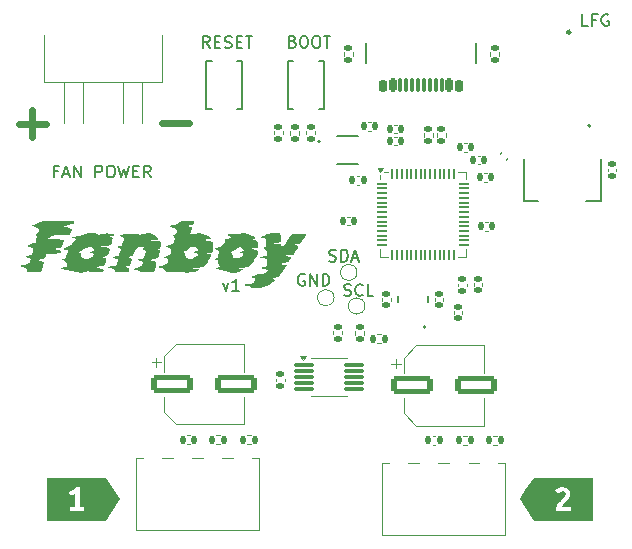
<source format=gbr>
%TF.GenerationSoftware,KiCad,Pcbnew,9.0.4*%
%TF.CreationDate,2025-09-25T10:41:26-04:00*%
%TF.ProjectId,fanboy,66616e62-6f79-42e6-9b69-6361645f7063,rev?*%
%TF.SameCoordinates,Original*%
%TF.FileFunction,Legend,Top*%
%TF.FilePolarity,Positive*%
%FSLAX46Y46*%
G04 Gerber Fmt 4.6, Leading zero omitted, Abs format (unit mm)*
G04 Created by KiCad (PCBNEW 9.0.4) date 2025-09-25 10:41:26*
%MOMM*%
%LPD*%
G01*
G04 APERTURE LIST*
G04 Aperture macros list*
%AMRoundRect*
0 Rectangle with rounded corners*
0 $1 Rounding radius*
0 $2 $3 $4 $5 $6 $7 $8 $9 X,Y pos of 4 corners*
0 Add a 4 corners polygon primitive as box body*
4,1,4,$2,$3,$4,$5,$6,$7,$8,$9,$2,$3,0*
0 Add four circle primitives for the rounded corners*
1,1,$1+$1,$2,$3*
1,1,$1+$1,$4,$5*
1,1,$1+$1,$6,$7*
1,1,$1+$1,$8,$9*
0 Add four rect primitives between the rounded corners*
20,1,$1+$1,$2,$3,$4,$5,0*
20,1,$1+$1,$4,$5,$6,$7,0*
20,1,$1+$1,$6,$7,$8,$9,0*
20,1,$1+$1,$8,$9,$2,$3,0*%
G04 Aperture macros list end*
%ADD10C,0.150000*%
%ADD11C,0.600000*%
%ADD12C,0.120000*%
%ADD13C,0.200000*%
%ADD14C,0.127000*%
%ADD15C,0.000000*%
%ADD16C,0.100000*%
%ADD17C,0.152400*%
%ADD18C,0.177800*%
%ADD19C,0.264009*%
%ADD20RoundRect,0.140000X-0.021213X0.219203X-0.219203X0.021213X0.021213X-0.219203X0.219203X-0.021213X0*%
%ADD21RoundRect,0.140000X-0.170000X0.140000X-0.170000X-0.140000X0.170000X-0.140000X0.170000X0.140000X0*%
%ADD22RoundRect,0.140000X0.170000X-0.140000X0.170000X0.140000X-0.170000X0.140000X-0.170000X-0.140000X0*%
%ADD23R,1.100000X1.300000*%
%ADD24RoundRect,0.135000X-0.135000X-0.185000X0.135000X-0.185000X0.135000X0.185000X-0.135000X0.185000X0*%
%ADD25C,3.000000*%
%ADD26C,2.000000*%
%ADD27C,1.000000*%
%ADD28RoundRect,0.087500X-0.725000X-0.087500X0.725000X-0.087500X0.725000X0.087500X-0.725000X0.087500X0*%
%ADD29O,1.574800X4.000000*%
%ADD30C,1.500000*%
%ADD31C,1.300000*%
%ADD32RoundRect,0.140000X-0.140000X-0.170000X0.140000X-0.170000X0.140000X0.170000X-0.140000X0.170000X0*%
%ADD33RoundRect,0.250000X-1.500000X-0.550000X1.500000X-0.550000X1.500000X0.550000X-1.500000X0.550000X0*%
%ADD34RoundRect,0.135000X0.185000X-0.135000X0.185000X0.135000X-0.185000X0.135000X-0.185000X-0.135000X0*%
%ADD35R,0.812800X0.254000*%
%ADD36R,0.254000X1.651000*%
%ADD37R,1.800000X0.900000*%
%ADD38RoundRect,0.140000X0.140000X0.170000X-0.140000X0.170000X-0.140000X-0.170000X0.140000X-0.170000X0*%
%ADD39RoundRect,0.135000X-0.185000X0.135000X-0.185000X-0.135000X0.185000X-0.135000X0.185000X0.135000X0*%
%ADD40C,0.650000*%
%ADD41RoundRect,0.150000X0.150000X0.400000X-0.150000X0.400000X-0.150000X-0.400000X0.150000X-0.400000X0*%
%ADD42RoundRect,0.150000X0.150000X0.425000X-0.150000X0.425000X-0.150000X-0.425000X0.150000X-0.425000X0*%
%ADD43RoundRect,0.075000X0.075000X0.500000X-0.075000X0.500000X-0.075000X-0.500000X0.075000X-0.500000X0*%
%ADD44O,1.000000X2.100000*%
%ADD45O,1.000000X1.800000*%
%ADD46R,1.000000X1.200000*%
%ADD47R,0.700000X1.200000*%
%ADD48R,0.450000X1.200000*%
%ADD49R,0.950000X2.150000*%
%ADD50R,3.250000X2.150000*%
%ADD51RoundRect,0.050000X-0.387500X-0.050000X0.387500X-0.050000X0.387500X0.050000X-0.387500X0.050000X0*%
%ADD52RoundRect,0.050000X-0.050000X-0.387500X0.050000X-0.387500X0.050000X0.387500X-0.050000X0.387500X0*%
%ADD53R,3.200000X3.200000*%
G04 APERTURE END LIST*
D10*
X146660112Y-76036009D02*
X146326779Y-76036009D01*
X146326779Y-76559819D02*
X146326779Y-75559819D01*
X146326779Y-75559819D02*
X146802969Y-75559819D01*
X147136303Y-76274104D02*
X147612493Y-76274104D01*
X147041065Y-76559819D02*
X147374398Y-75559819D01*
X147374398Y-75559819D02*
X147707731Y-76559819D01*
X148041065Y-76559819D02*
X148041065Y-75559819D01*
X148041065Y-75559819D02*
X148612493Y-76559819D01*
X148612493Y-76559819D02*
X148612493Y-75559819D01*
X149850589Y-76559819D02*
X149850589Y-75559819D01*
X149850589Y-75559819D02*
X150231541Y-75559819D01*
X150231541Y-75559819D02*
X150326779Y-75607438D01*
X150326779Y-75607438D02*
X150374398Y-75655057D01*
X150374398Y-75655057D02*
X150422017Y-75750295D01*
X150422017Y-75750295D02*
X150422017Y-75893152D01*
X150422017Y-75893152D02*
X150374398Y-75988390D01*
X150374398Y-75988390D02*
X150326779Y-76036009D01*
X150326779Y-76036009D02*
X150231541Y-76083628D01*
X150231541Y-76083628D02*
X149850589Y-76083628D01*
X151041065Y-75559819D02*
X151231541Y-75559819D01*
X151231541Y-75559819D02*
X151326779Y-75607438D01*
X151326779Y-75607438D02*
X151422017Y-75702676D01*
X151422017Y-75702676D02*
X151469636Y-75893152D01*
X151469636Y-75893152D02*
X151469636Y-76226485D01*
X151469636Y-76226485D02*
X151422017Y-76416961D01*
X151422017Y-76416961D02*
X151326779Y-76512200D01*
X151326779Y-76512200D02*
X151231541Y-76559819D01*
X151231541Y-76559819D02*
X151041065Y-76559819D01*
X151041065Y-76559819D02*
X150945827Y-76512200D01*
X150945827Y-76512200D02*
X150850589Y-76416961D01*
X150850589Y-76416961D02*
X150802970Y-76226485D01*
X150802970Y-76226485D02*
X150802970Y-75893152D01*
X150802970Y-75893152D02*
X150850589Y-75702676D01*
X150850589Y-75702676D02*
X150945827Y-75607438D01*
X150945827Y-75607438D02*
X151041065Y-75559819D01*
X151802970Y-75559819D02*
X152041065Y-76559819D01*
X152041065Y-76559819D02*
X152231541Y-75845533D01*
X152231541Y-75845533D02*
X152422017Y-76559819D01*
X152422017Y-76559819D02*
X152660113Y-75559819D01*
X153041065Y-76036009D02*
X153374398Y-76036009D01*
X153517255Y-76559819D02*
X153041065Y-76559819D01*
X153041065Y-76559819D02*
X153041065Y-75559819D01*
X153041065Y-75559819D02*
X153517255Y-75559819D01*
X154517255Y-76559819D02*
X154183922Y-76083628D01*
X153945827Y-76559819D02*
X153945827Y-75559819D01*
X153945827Y-75559819D02*
X154326779Y-75559819D01*
X154326779Y-75559819D02*
X154422017Y-75607438D01*
X154422017Y-75607438D02*
X154469636Y-75655057D01*
X154469636Y-75655057D02*
X154517255Y-75750295D01*
X154517255Y-75750295D02*
X154517255Y-75893152D01*
X154517255Y-75893152D02*
X154469636Y-75988390D01*
X154469636Y-75988390D02*
X154422017Y-76036009D01*
X154422017Y-76036009D02*
X154326779Y-76083628D01*
X154326779Y-76083628D02*
X153945827Y-76083628D01*
D11*
X155479021Y-71928800D02*
X157764736Y-71928800D01*
X143349021Y-72008800D02*
X145634736Y-72008800D01*
X144491878Y-73151657D02*
X144491878Y-70865942D01*
D10*
X160641541Y-85503152D02*
X160879636Y-86169819D01*
X160879636Y-86169819D02*
X161117731Y-85503152D01*
X162022493Y-86169819D02*
X161451065Y-86169819D01*
X161736779Y-86169819D02*
X161736779Y-85169819D01*
X161736779Y-85169819D02*
X161641541Y-85312676D01*
X161641541Y-85312676D02*
X161546303Y-85407914D01*
X161546303Y-85407914D02*
X161451065Y-85455533D01*
X191552969Y-63749819D02*
X191076779Y-63749819D01*
X191076779Y-63749819D02*
X191076779Y-62749819D01*
X192219636Y-63226009D02*
X191886303Y-63226009D01*
X191886303Y-63749819D02*
X191886303Y-62749819D01*
X191886303Y-62749819D02*
X192362493Y-62749819D01*
X193267255Y-62797438D02*
X193172017Y-62749819D01*
X193172017Y-62749819D02*
X193029160Y-62749819D01*
X193029160Y-62749819D02*
X192886303Y-62797438D01*
X192886303Y-62797438D02*
X192791065Y-62892676D01*
X192791065Y-62892676D02*
X192743446Y-62987914D01*
X192743446Y-62987914D02*
X192695827Y-63178390D01*
X192695827Y-63178390D02*
X192695827Y-63321247D01*
X192695827Y-63321247D02*
X192743446Y-63511723D01*
X192743446Y-63511723D02*
X192791065Y-63606961D01*
X192791065Y-63606961D02*
X192886303Y-63702200D01*
X192886303Y-63702200D02*
X193029160Y-63749819D01*
X193029160Y-63749819D02*
X193124398Y-63749819D01*
X193124398Y-63749819D02*
X193267255Y-63702200D01*
X193267255Y-63702200D02*
X193314874Y-63654580D01*
X193314874Y-63654580D02*
X193314874Y-63321247D01*
X193314874Y-63321247D02*
X193124398Y-63321247D01*
X159518924Y-65599855D02*
X159185591Y-65123664D01*
X158947496Y-65599855D02*
X158947496Y-64599855D01*
X158947496Y-64599855D02*
X159328448Y-64599855D01*
X159328448Y-64599855D02*
X159423686Y-64647474D01*
X159423686Y-64647474D02*
X159471305Y-64695093D01*
X159471305Y-64695093D02*
X159518924Y-64790331D01*
X159518924Y-64790331D02*
X159518924Y-64933188D01*
X159518924Y-64933188D02*
X159471305Y-65028426D01*
X159471305Y-65028426D02*
X159423686Y-65076045D01*
X159423686Y-65076045D02*
X159328448Y-65123664D01*
X159328448Y-65123664D02*
X158947496Y-65123664D01*
X159947496Y-65076045D02*
X160280829Y-65076045D01*
X160423686Y-65599855D02*
X159947496Y-65599855D01*
X159947496Y-65599855D02*
X159947496Y-64599855D01*
X159947496Y-64599855D02*
X160423686Y-64599855D01*
X160804639Y-65552236D02*
X160947496Y-65599855D01*
X160947496Y-65599855D02*
X161185591Y-65599855D01*
X161185591Y-65599855D02*
X161280829Y-65552236D01*
X161280829Y-65552236D02*
X161328448Y-65504616D01*
X161328448Y-65504616D02*
X161376067Y-65409378D01*
X161376067Y-65409378D02*
X161376067Y-65314140D01*
X161376067Y-65314140D02*
X161328448Y-65218902D01*
X161328448Y-65218902D02*
X161280829Y-65171283D01*
X161280829Y-65171283D02*
X161185591Y-65123664D01*
X161185591Y-65123664D02*
X160995115Y-65076045D01*
X160995115Y-65076045D02*
X160899877Y-65028426D01*
X160899877Y-65028426D02*
X160852258Y-64980807D01*
X160852258Y-64980807D02*
X160804639Y-64885569D01*
X160804639Y-64885569D02*
X160804639Y-64790331D01*
X160804639Y-64790331D02*
X160852258Y-64695093D01*
X160852258Y-64695093D02*
X160899877Y-64647474D01*
X160899877Y-64647474D02*
X160995115Y-64599855D01*
X160995115Y-64599855D02*
X161233210Y-64599855D01*
X161233210Y-64599855D02*
X161376067Y-64647474D01*
X161804639Y-65076045D02*
X162137972Y-65076045D01*
X162280829Y-65599855D02*
X161804639Y-65599855D01*
X161804639Y-65599855D02*
X161804639Y-64599855D01*
X161804639Y-64599855D02*
X162280829Y-64599855D01*
X162566544Y-64599855D02*
X163137972Y-64599855D01*
X162852258Y-65599855D02*
X162852258Y-64599855D01*
X166560829Y-65056045D02*
X166703686Y-65103664D01*
X166703686Y-65103664D02*
X166751305Y-65151283D01*
X166751305Y-65151283D02*
X166798924Y-65246521D01*
X166798924Y-65246521D02*
X166798924Y-65389378D01*
X166798924Y-65389378D02*
X166751305Y-65484616D01*
X166751305Y-65484616D02*
X166703686Y-65532236D01*
X166703686Y-65532236D02*
X166608448Y-65579855D01*
X166608448Y-65579855D02*
X166227496Y-65579855D01*
X166227496Y-65579855D02*
X166227496Y-64579855D01*
X166227496Y-64579855D02*
X166560829Y-64579855D01*
X166560829Y-64579855D02*
X166656067Y-64627474D01*
X166656067Y-64627474D02*
X166703686Y-64675093D01*
X166703686Y-64675093D02*
X166751305Y-64770331D01*
X166751305Y-64770331D02*
X166751305Y-64865569D01*
X166751305Y-64865569D02*
X166703686Y-64960807D01*
X166703686Y-64960807D02*
X166656067Y-65008426D01*
X166656067Y-65008426D02*
X166560829Y-65056045D01*
X166560829Y-65056045D02*
X166227496Y-65056045D01*
X167417972Y-64579855D02*
X167608448Y-64579855D01*
X167608448Y-64579855D02*
X167703686Y-64627474D01*
X167703686Y-64627474D02*
X167798924Y-64722712D01*
X167798924Y-64722712D02*
X167846543Y-64913188D01*
X167846543Y-64913188D02*
X167846543Y-65246521D01*
X167846543Y-65246521D02*
X167798924Y-65436997D01*
X167798924Y-65436997D02*
X167703686Y-65532236D01*
X167703686Y-65532236D02*
X167608448Y-65579855D01*
X167608448Y-65579855D02*
X167417972Y-65579855D01*
X167417972Y-65579855D02*
X167322734Y-65532236D01*
X167322734Y-65532236D02*
X167227496Y-65436997D01*
X167227496Y-65436997D02*
X167179877Y-65246521D01*
X167179877Y-65246521D02*
X167179877Y-64913188D01*
X167179877Y-64913188D02*
X167227496Y-64722712D01*
X167227496Y-64722712D02*
X167322734Y-64627474D01*
X167322734Y-64627474D02*
X167417972Y-64579855D01*
X168465591Y-64579855D02*
X168656067Y-64579855D01*
X168656067Y-64579855D02*
X168751305Y-64627474D01*
X168751305Y-64627474D02*
X168846543Y-64722712D01*
X168846543Y-64722712D02*
X168894162Y-64913188D01*
X168894162Y-64913188D02*
X168894162Y-65246521D01*
X168894162Y-65246521D02*
X168846543Y-65436997D01*
X168846543Y-65436997D02*
X168751305Y-65532236D01*
X168751305Y-65532236D02*
X168656067Y-65579855D01*
X168656067Y-65579855D02*
X168465591Y-65579855D01*
X168465591Y-65579855D02*
X168370353Y-65532236D01*
X168370353Y-65532236D02*
X168275115Y-65436997D01*
X168275115Y-65436997D02*
X168227496Y-65246521D01*
X168227496Y-65246521D02*
X168227496Y-64913188D01*
X168227496Y-64913188D02*
X168275115Y-64722712D01*
X168275115Y-64722712D02*
X168370353Y-64627474D01*
X168370353Y-64627474D02*
X168465591Y-64579855D01*
X169179877Y-64579855D02*
X169751305Y-64579855D01*
X169465591Y-65579855D02*
X169465591Y-64579855D01*
X167558095Y-84782438D02*
X167462857Y-84734819D01*
X167462857Y-84734819D02*
X167320000Y-84734819D01*
X167320000Y-84734819D02*
X167177143Y-84782438D01*
X167177143Y-84782438D02*
X167081905Y-84877676D01*
X167081905Y-84877676D02*
X167034286Y-84972914D01*
X167034286Y-84972914D02*
X166986667Y-85163390D01*
X166986667Y-85163390D02*
X166986667Y-85306247D01*
X166986667Y-85306247D02*
X167034286Y-85496723D01*
X167034286Y-85496723D02*
X167081905Y-85591961D01*
X167081905Y-85591961D02*
X167177143Y-85687200D01*
X167177143Y-85687200D02*
X167320000Y-85734819D01*
X167320000Y-85734819D02*
X167415238Y-85734819D01*
X167415238Y-85734819D02*
X167558095Y-85687200D01*
X167558095Y-85687200D02*
X167605714Y-85639580D01*
X167605714Y-85639580D02*
X167605714Y-85306247D01*
X167605714Y-85306247D02*
X167415238Y-85306247D01*
X168034286Y-85734819D02*
X168034286Y-84734819D01*
X168034286Y-84734819D02*
X168605714Y-85734819D01*
X168605714Y-85734819D02*
X168605714Y-84734819D01*
X169081905Y-85734819D02*
X169081905Y-84734819D01*
X169081905Y-84734819D02*
X169320000Y-84734819D01*
X169320000Y-84734819D02*
X169462857Y-84782438D01*
X169462857Y-84782438D02*
X169558095Y-84877676D01*
X169558095Y-84877676D02*
X169605714Y-84972914D01*
X169605714Y-84972914D02*
X169653333Y-85163390D01*
X169653333Y-85163390D02*
X169653333Y-85306247D01*
X169653333Y-85306247D02*
X169605714Y-85496723D01*
X169605714Y-85496723D02*
X169558095Y-85591961D01*
X169558095Y-85591961D02*
X169462857Y-85687200D01*
X169462857Y-85687200D02*
X169320000Y-85734819D01*
X169320000Y-85734819D02*
X169081905Y-85734819D01*
X170909524Y-86537200D02*
X171052381Y-86584819D01*
X171052381Y-86584819D02*
X171290476Y-86584819D01*
X171290476Y-86584819D02*
X171385714Y-86537200D01*
X171385714Y-86537200D02*
X171433333Y-86489580D01*
X171433333Y-86489580D02*
X171480952Y-86394342D01*
X171480952Y-86394342D02*
X171480952Y-86299104D01*
X171480952Y-86299104D02*
X171433333Y-86203866D01*
X171433333Y-86203866D02*
X171385714Y-86156247D01*
X171385714Y-86156247D02*
X171290476Y-86108628D01*
X171290476Y-86108628D02*
X171100000Y-86061009D01*
X171100000Y-86061009D02*
X171004762Y-86013390D01*
X171004762Y-86013390D02*
X170957143Y-85965771D01*
X170957143Y-85965771D02*
X170909524Y-85870533D01*
X170909524Y-85870533D02*
X170909524Y-85775295D01*
X170909524Y-85775295D02*
X170957143Y-85680057D01*
X170957143Y-85680057D02*
X171004762Y-85632438D01*
X171004762Y-85632438D02*
X171100000Y-85584819D01*
X171100000Y-85584819D02*
X171338095Y-85584819D01*
X171338095Y-85584819D02*
X171480952Y-85632438D01*
X172480952Y-86489580D02*
X172433333Y-86537200D01*
X172433333Y-86537200D02*
X172290476Y-86584819D01*
X172290476Y-86584819D02*
X172195238Y-86584819D01*
X172195238Y-86584819D02*
X172052381Y-86537200D01*
X172052381Y-86537200D02*
X171957143Y-86441961D01*
X171957143Y-86441961D02*
X171909524Y-86346723D01*
X171909524Y-86346723D02*
X171861905Y-86156247D01*
X171861905Y-86156247D02*
X171861905Y-86013390D01*
X171861905Y-86013390D02*
X171909524Y-85822914D01*
X171909524Y-85822914D02*
X171957143Y-85727676D01*
X171957143Y-85727676D02*
X172052381Y-85632438D01*
X172052381Y-85632438D02*
X172195238Y-85584819D01*
X172195238Y-85584819D02*
X172290476Y-85584819D01*
X172290476Y-85584819D02*
X172433333Y-85632438D01*
X172433333Y-85632438D02*
X172480952Y-85680057D01*
X173385714Y-86584819D02*
X172909524Y-86584819D01*
X172909524Y-86584819D02*
X172909524Y-85584819D01*
X169645714Y-83637200D02*
X169788571Y-83684819D01*
X169788571Y-83684819D02*
X170026666Y-83684819D01*
X170026666Y-83684819D02*
X170121904Y-83637200D01*
X170121904Y-83637200D02*
X170169523Y-83589580D01*
X170169523Y-83589580D02*
X170217142Y-83494342D01*
X170217142Y-83494342D02*
X170217142Y-83399104D01*
X170217142Y-83399104D02*
X170169523Y-83303866D01*
X170169523Y-83303866D02*
X170121904Y-83256247D01*
X170121904Y-83256247D02*
X170026666Y-83208628D01*
X170026666Y-83208628D02*
X169836190Y-83161009D01*
X169836190Y-83161009D02*
X169740952Y-83113390D01*
X169740952Y-83113390D02*
X169693333Y-83065771D01*
X169693333Y-83065771D02*
X169645714Y-82970533D01*
X169645714Y-82970533D02*
X169645714Y-82875295D01*
X169645714Y-82875295D02*
X169693333Y-82780057D01*
X169693333Y-82780057D02*
X169740952Y-82732438D01*
X169740952Y-82732438D02*
X169836190Y-82684819D01*
X169836190Y-82684819D02*
X170074285Y-82684819D01*
X170074285Y-82684819D02*
X170217142Y-82732438D01*
X170645714Y-83684819D02*
X170645714Y-82684819D01*
X170645714Y-82684819D02*
X170883809Y-82684819D01*
X170883809Y-82684819D02*
X171026666Y-82732438D01*
X171026666Y-82732438D02*
X171121904Y-82827676D01*
X171121904Y-82827676D02*
X171169523Y-82922914D01*
X171169523Y-82922914D02*
X171217142Y-83113390D01*
X171217142Y-83113390D02*
X171217142Y-83256247D01*
X171217142Y-83256247D02*
X171169523Y-83446723D01*
X171169523Y-83446723D02*
X171121904Y-83541961D01*
X171121904Y-83541961D02*
X171026666Y-83637200D01*
X171026666Y-83637200D02*
X170883809Y-83684819D01*
X170883809Y-83684819D02*
X170645714Y-83684819D01*
X171598095Y-83399104D02*
X172074285Y-83399104D01*
X171502857Y-83684819D02*
X171836190Y-82684819D01*
X171836190Y-82684819D02*
X172169523Y-83684819D01*
D12*
%TO.C,C90*%
X184740810Y-74918307D02*
X184588307Y-75070810D01*
X184231693Y-74409190D02*
X184079190Y-74561693D01*
%TO.C,C96*%
X179310000Y-86792164D02*
X179310000Y-87007836D01*
X178590000Y-86792164D02*
X178590000Y-87007836D01*
%TO.C,C97*%
X174850000Y-87007836D02*
X174850000Y-86792164D01*
X174130000Y-87007836D02*
X174130000Y-86792164D01*
D13*
%TO.C,Y1*%
X177811524Y-89235036D02*
G75*
G02*
X177611524Y-89235036I-100000J0D01*
G01*
X177611524Y-89235036D02*
G75*
G02*
X177811524Y-89235036I100000J0D01*
G01*
D14*
X177991524Y-87155036D02*
X177991524Y-86615036D01*
X175491524Y-86615036D02*
X175491524Y-87155036D01*
D15*
%TO.C,kibuzzard-68D55096*%
G36*
X191980124Y-105640372D02*
G01*
X191979855Y-105640372D01*
X190157022Y-105640372D01*
X186980393Y-105640372D01*
X186980124Y-105640372D01*
X185759876Y-103810000D01*
X186264992Y-103052326D01*
X188803226Y-103052326D01*
X189000318Y-103330194D01*
X189203872Y-103178336D01*
X189400964Y-103133102D01*
X189588363Y-103199338D01*
X189662676Y-103388352D01*
X189602903Y-103559596D01*
X189451045Y-103734071D01*
X189355730Y-103826559D01*
X189253953Y-103923086D01*
X189152176Y-104025670D01*
X189056861Y-104136333D01*
X188972854Y-104256284D01*
X188905003Y-104386737D01*
X188860172Y-104528901D01*
X188845229Y-104683990D01*
X188843613Y-104751842D01*
X188851691Y-104832617D01*
X190157022Y-104832617D01*
X190157022Y-104503053D01*
X189297571Y-104503053D01*
X189331497Y-104396430D01*
X189413888Y-104281729D01*
X189517281Y-104171874D01*
X189614211Y-104079790D01*
X189778993Y-103918239D01*
X189924389Y-103743764D01*
X190027781Y-103557981D01*
X190066554Y-103359273D01*
X190014857Y-103108869D01*
X189875924Y-102929548D01*
X189675600Y-102822924D01*
X189439736Y-102787383D01*
X189271319Y-102803538D01*
X189102095Y-102852003D01*
X188942563Y-102934394D01*
X188803226Y-103052326D01*
X186264992Y-103052326D01*
X186980124Y-101979628D01*
X186980393Y-101979628D01*
X191979855Y-101979628D01*
X191980124Y-101979628D01*
X191980124Y-105640372D01*
G37*
%TO.C,kibuzzard-68D55084*%
G36*
X151952585Y-103810000D02*
G01*
X150747415Y-105617754D01*
X150747146Y-105617754D01*
X148911389Y-105617754D01*
X145747684Y-105617754D01*
X145747415Y-105617754D01*
X145747415Y-103226801D01*
X147583441Y-103226801D01*
X147712682Y-103556365D01*
X147909774Y-103477205D01*
X148116559Y-103362504D01*
X148116559Y-104480436D01*
X147696527Y-104480436D01*
X147696527Y-104810000D01*
X148911389Y-104810000D01*
X148911389Y-104480436D01*
X148513974Y-104480436D01*
X148513974Y-102810000D01*
X148242569Y-102810000D01*
X148103635Y-102936010D01*
X147932391Y-103052326D01*
X147751454Y-103152488D01*
X147583441Y-103226801D01*
X145747415Y-103226801D01*
X145747415Y-102002246D01*
X145747684Y-102002246D01*
X150747146Y-102002246D01*
X150747415Y-102002246D01*
X151952585Y-103810000D01*
G37*
D12*
%TO.C,R1*%
X173686359Y-89830000D02*
X173993641Y-89830000D01*
X173686359Y-90590000D02*
X173993641Y-90590000D01*
D15*
%TO.C,G\u002A\u002A\u002A*%
G36*
X165542594Y-81577272D02*
G01*
X165568745Y-81799231D01*
X165573387Y-81940903D01*
X165542678Y-82022505D01*
X165462774Y-82064250D01*
X165319833Y-82086356D01*
X165184674Y-82099961D01*
X164794099Y-82139881D01*
X165163018Y-82174999D01*
X165345865Y-82195564D01*
X165486278Y-82217263D01*
X165556911Y-82235777D01*
X165559436Y-82237615D01*
X165587542Y-82301617D01*
X165618529Y-82419782D01*
X165620552Y-82429488D01*
X165635224Y-82489721D01*
X165654940Y-82517230D01*
X165688323Y-82502595D01*
X165743997Y-82436398D01*
X165830582Y-82309221D01*
X165956703Y-82111646D01*
X166055682Y-81954210D01*
X166457194Y-81314557D01*
X167074555Y-81313623D01*
X167349904Y-81315993D01*
X167536149Y-81324859D01*
X167644839Y-81341388D01*
X167687525Y-81366745D01*
X167689217Y-81375685D01*
X167661342Y-81444330D01*
X167589504Y-81571935D01*
X167487368Y-81734767D01*
X167449833Y-81791459D01*
X167332201Y-81963442D01*
X167245011Y-82070822D01*
X167162745Y-82132830D01*
X167059885Y-82168694D01*
X166910910Y-82197644D01*
X166910766Y-82197669D01*
X166608385Y-82251102D01*
X166809588Y-82290439D01*
X166945581Y-82320598D01*
X167036044Y-82347176D01*
X167047856Y-82352683D01*
X167039113Y-82401960D01*
X166984053Y-82513965D01*
X166893258Y-82668231D01*
X166848328Y-82738683D01*
X166740727Y-82904100D01*
X166656790Y-83033674D01*
X166609648Y-83107112D01*
X166604060Y-83116176D01*
X166554073Y-83127494D01*
X166428212Y-83144716D01*
X166250985Y-83164593D01*
X166199210Y-83169826D01*
X165802036Y-83209076D01*
X166104416Y-83247477D01*
X166271832Y-83269442D01*
X166397879Y-83287276D01*
X166447535Y-83295600D01*
X166444109Y-83337356D01*
X166391420Y-83434023D01*
X166336816Y-83514402D01*
X166235038Y-83639241D01*
X166132259Y-83713304D01*
X165988407Y-83760655D01*
X165892904Y-83780981D01*
X165677210Y-83826379D01*
X165557171Y-83861490D01*
X165528754Y-83890921D01*
X165587927Y-83919278D01*
X165730656Y-83951167D01*
X165742016Y-83953336D01*
X166034775Y-84008919D01*
X165733402Y-84465612D01*
X165601302Y-84660568D01*
X165480996Y-84828757D01*
X165388000Y-84949000D01*
X165345745Y-84994778D01*
X165257868Y-85034213D01*
X165098945Y-85076131D01*
X164898251Y-85113286D01*
X164825193Y-85123612D01*
X164390924Y-85179973D01*
X164693305Y-85187380D01*
X164910576Y-85199077D01*
X165032109Y-85225754D01*
X165062642Y-85274395D01*
X165006913Y-85351983D01*
X164877802Y-85459308D01*
X164510437Y-85699499D01*
X164146600Y-85851184D01*
X163763273Y-85923093D01*
X163634972Y-85930611D01*
X163430729Y-85933245D01*
X163255954Y-85928755D01*
X163143075Y-85918120D01*
X163131004Y-85915403D01*
X163028331Y-85860306D01*
X162989908Y-85817587D01*
X162913213Y-85769743D01*
X162770461Y-85745272D01*
X162737924Y-85744067D01*
X162578168Y-85732544D01*
X162447291Y-85708407D01*
X162425631Y-85701255D01*
X162387371Y-85675132D01*
X162429849Y-85652511D01*
X162562627Y-85628672D01*
X162576821Y-85626658D01*
X162825630Y-85590317D01*
X162995592Y-85558676D01*
X163107829Y-85523537D01*
X163183458Y-85476699D01*
X163243600Y-85409963D01*
X163284480Y-85351897D01*
X163360161Y-85233031D01*
X163403891Y-85149846D01*
X163408186Y-85134237D01*
X163363369Y-85106327D01*
X163249913Y-85076563D01*
X163181401Y-85064618D01*
X163046471Y-85037855D01*
X162965268Y-85009147D01*
X162954615Y-84997560D01*
X162999165Y-84971403D01*
X163115137Y-84929071D01*
X163276016Y-84878204D01*
X163455283Y-84826446D01*
X163626423Y-84781439D01*
X163762919Y-84750825D01*
X163838255Y-84742246D01*
X163839672Y-84742479D01*
X164026030Y-84736770D01*
X164213309Y-84641832D01*
X164302842Y-84567732D01*
X164490461Y-84395792D01*
X164176110Y-84330863D01*
X164014287Y-84293365D01*
X163900815Y-84259287D01*
X163861758Y-84237568D01*
X163905859Y-84209411D01*
X164019470Y-84166845D01*
X164126341Y-84134065D01*
X164390924Y-84058930D01*
X164405818Y-83748400D01*
X164420711Y-83437869D01*
X164085661Y-83401989D01*
X163904759Y-83375085D01*
X163824247Y-83344667D01*
X163843828Y-83311896D01*
X163963209Y-83277933D01*
X164123931Y-83251565D01*
X164365726Y-83218310D01*
X164365726Y-82972259D01*
X164359974Y-82820973D01*
X164328842Y-82732500D01*
X164251518Y-82668961D01*
X164176738Y-82628314D01*
X164068832Y-82569179D01*
X164039276Y-82530794D01*
X164094000Y-82496203D01*
X164238936Y-82448448D01*
X164239734Y-82448199D01*
X164295420Y-82379383D01*
X164314432Y-82224294D01*
X164296119Y-81990792D01*
X164284144Y-81912013D01*
X164255077Y-81797544D01*
X164196725Y-81728004D01*
X164079672Y-81674743D01*
X164020115Y-81654879D01*
X163786163Y-81579573D01*
X164025547Y-81541202D01*
X164176801Y-81507833D01*
X164249142Y-81463069D01*
X164264932Y-81407760D01*
X164272038Y-81368049D01*
X164304269Y-81341221D01*
X164377998Y-81324777D01*
X164509598Y-81316218D01*
X164715441Y-81313046D01*
X164887873Y-81312689D01*
X165510813Y-81312689D01*
X165542594Y-81577272D01*
G37*
G36*
X149783678Y-81309871D02*
G01*
X149950512Y-81347490D01*
X150080415Y-81388958D01*
X150129651Y-81414336D01*
X150192469Y-81433283D01*
X150221949Y-81389570D01*
X150252481Y-81355457D01*
X150323911Y-81332802D01*
X150452649Y-81319538D01*
X150655103Y-81313599D01*
X150832597Y-81312689D01*
X151082009Y-81313752D01*
X151247665Y-81318912D01*
X151346593Y-81331123D01*
X151395823Y-81353336D01*
X151412386Y-81388507D01*
X151413742Y-81413482D01*
X151380433Y-81495700D01*
X151300349Y-81515048D01*
X151172660Y-81530396D01*
X151111201Y-81564999D01*
X151127673Y-81604894D01*
X151203225Y-81630923D01*
X151353616Y-81661001D01*
X151277401Y-81927817D01*
X151223858Y-82089308D01*
X151168940Y-82215011D01*
X151140307Y-82259197D01*
X151063652Y-82294472D01*
X150915390Y-82329768D01*
X150724495Y-82358535D01*
X150679621Y-82363340D01*
X150279813Y-82402921D01*
X150531797Y-82440611D01*
X150779136Y-82478437D01*
X150940646Y-82513207D01*
X151029807Y-82559117D01*
X151060097Y-82630361D01*
X151044994Y-82741135D01*
X150997978Y-82905634D01*
X150992099Y-82925387D01*
X150893811Y-83127082D01*
X150746757Y-83246054D01*
X150597768Y-83277422D01*
X150506546Y-83304497D01*
X150481401Y-83328562D01*
X150498267Y-83367166D01*
X150566621Y-83379730D01*
X150707743Y-83395292D01*
X150779470Y-83451145D01*
X150790820Y-83564596D01*
X150754301Y-83739942D01*
X150682692Y-84008919D01*
X150430856Y-84050495D01*
X150240583Y-84081622D01*
X150058809Y-84110912D01*
X150002631Y-84119821D01*
X149919926Y-84135405D01*
X149898327Y-84152143D01*
X149948033Y-84176860D01*
X150079240Y-84216382D01*
X150194325Y-84248129D01*
X150382986Y-84303152D01*
X150492204Y-84347427D01*
X150540920Y-84392112D01*
X150548075Y-84448368D01*
X150547103Y-84455986D01*
X150535156Y-84500911D01*
X150503151Y-84531767D01*
X150434152Y-84551787D01*
X150311219Y-84564203D01*
X150117413Y-84572247D01*
X149910484Y-84577466D01*
X149640982Y-84581296D01*
X149460798Y-84577675D01*
X149358669Y-84565710D01*
X149323332Y-84544507D01*
X149326588Y-84531104D01*
X149331983Y-84493385D01*
X149267545Y-84510131D01*
X148967506Y-84596619D01*
X148639983Y-84631332D01*
X148329811Y-84611092D01*
X148213543Y-84584877D01*
X148101015Y-84554789D01*
X147919225Y-84508800D01*
X147697017Y-84454133D01*
X147543778Y-84417177D01*
X147323470Y-84363956D01*
X147137180Y-84317960D01*
X147008390Y-84285044D01*
X146964215Y-84272654D01*
X146973670Y-84251323D01*
X147061380Y-84217450D01*
X147167965Y-84188464D01*
X147319511Y-84146724D01*
X147425470Y-84107654D01*
X147455110Y-84088529D01*
X147455419Y-84022389D01*
X147430273Y-83897184D01*
X147412158Y-83830917D01*
X147356993Y-83684688D01*
X147286008Y-83606529D01*
X147188009Y-83568414D01*
X147065169Y-83529336D01*
X147042069Y-83496188D01*
X147118735Y-83460847D01*
X147188409Y-83441384D01*
X147257229Y-83419083D01*
X147310273Y-83382378D01*
X147355602Y-83314845D01*
X147401274Y-83200060D01*
X147455348Y-83021599D01*
X147495344Y-82874990D01*
X148440329Y-82874990D01*
X148482539Y-82915937D01*
X148541123Y-82925387D01*
X148612802Y-82947160D01*
X148640344Y-83030085D01*
X148642688Y-83089177D01*
X148659803Y-83249991D01*
X148723476Y-83353393D01*
X148818305Y-83419531D01*
X149014356Y-83474370D01*
X149244441Y-83442246D01*
X149396546Y-83379633D01*
X149544412Y-83285673D01*
X149657913Y-83179881D01*
X149719046Y-83082971D01*
X149711511Y-83017284D01*
X149641426Y-82982820D01*
X149514121Y-82944183D01*
X149472594Y-82934299D01*
X149370251Y-82910046D01*
X149328696Y-82890915D01*
X149357302Y-82870591D01*
X149465440Y-82842758D01*
X149662482Y-82801098D01*
X149673689Y-82798777D01*
X149759586Y-82769081D01*
X149766632Y-82709963D01*
X149742747Y-82650993D01*
X149631835Y-82516021D01*
X149466621Y-82447842D01*
X149268198Y-82446355D01*
X149057663Y-82511462D01*
X148856109Y-82643063D01*
X148842343Y-82655249D01*
X148711660Y-82754710D01*
X148591954Y-82815612D01*
X148547614Y-82824594D01*
X148462259Y-82844548D01*
X148440329Y-82874990D01*
X147495344Y-82874990D01*
X147525886Y-82763038D01*
X147531416Y-82742382D01*
X147488563Y-82727219D01*
X147377247Y-82695844D01*
X147293801Y-82673794D01*
X147167899Y-82635509D01*
X147121023Y-82601344D01*
X147158358Y-82565216D01*
X147285086Y-82521039D01*
X147464698Y-82473187D01*
X147651458Y-82393073D01*
X147758362Y-82290811D01*
X147843376Y-82175620D01*
X147961847Y-82031706D01*
X148021042Y-81964426D01*
X148198753Y-81767722D01*
X148064276Y-81716594D01*
X147944893Y-81678450D01*
X147870084Y-81664695D01*
X147850869Y-81644796D01*
X147885964Y-81615070D01*
X147977609Y-81586956D01*
X148128500Y-81568921D01*
X148228150Y-81565445D01*
X148474592Y-81538395D01*
X148684462Y-81467885D01*
X148986156Y-81356305D01*
X149330077Y-81296062D01*
X149667960Y-81294093D01*
X149783678Y-81309871D01*
G37*
G36*
X157867736Y-80255797D02*
G01*
X158053098Y-80259715D01*
X158176192Y-80265498D01*
X158217313Y-80272033D01*
X158202473Y-80326808D01*
X158166499Y-80435459D01*
X158163954Y-80442779D01*
X158131381Y-80520582D01*
X158084519Y-80569415D01*
X157999484Y-80599749D01*
X157852392Y-80622051D01*
X157722981Y-80636082D01*
X157335369Y-80676317D01*
X157680236Y-80713610D01*
X157855210Y-80734887D01*
X157985791Y-80755193D01*
X158044387Y-80770220D01*
X158044715Y-80770514D01*
X158041728Y-80824996D01*
X158015202Y-80949365D01*
X157970832Y-81117046D01*
X157969306Y-81122394D01*
X157874286Y-81454662D01*
X158058399Y-81375499D01*
X158242374Y-81325994D01*
X158499040Y-81299284D01*
X158645686Y-81295596D01*
X158983760Y-81319738D01*
X159253308Y-81398501D01*
X159474862Y-81539303D01*
X159568048Y-81628801D01*
X159684060Y-81753135D01*
X159568048Y-81784208D01*
X159444769Y-81804565D01*
X159278316Y-81817532D01*
X159225250Y-81819163D01*
X159103837Y-81828474D01*
X159075360Y-81848391D01*
X159132919Y-81875631D01*
X159269619Y-81906911D01*
X159476288Y-81938654D01*
X159636080Y-81968622D01*
X159752928Y-82007625D01*
X159790496Y-82034125D01*
X159814149Y-82124378D01*
X159826472Y-82280406D01*
X159827051Y-82467786D01*
X159815474Y-82652092D01*
X159799246Y-82764237D01*
X159774924Y-82850005D01*
X159727967Y-82901935D01*
X159632745Y-82935206D01*
X159463622Y-82965000D01*
X159459067Y-82965702D01*
X159149655Y-83013337D01*
X159414238Y-83019759D01*
X159576839Y-83031178D01*
X159658523Y-83059379D01*
X159678821Y-83104279D01*
X159643937Y-83243317D01*
X159558805Y-83395577D01*
X159452701Y-83512355D01*
X159420905Y-83533324D01*
X159351310Y-83592130D01*
X159369097Y-83643758D01*
X159380994Y-83707383D01*
X159319676Y-83813029D01*
X159265956Y-83878475D01*
X159157431Y-83997436D01*
X159060683Y-84078507D01*
X158950432Y-84132407D01*
X158801399Y-84169856D01*
X158588304Y-84201572D01*
X158469297Y-84216284D01*
X158262644Y-84243028D01*
X158151439Y-84262316D01*
X158130725Y-84275502D01*
X158195542Y-84283941D01*
X158217313Y-84285130D01*
X158387954Y-84299834D01*
X158536101Y-84323028D01*
X158568141Y-84330735D01*
X158628652Y-84353391D01*
X158627756Y-84380223D01*
X158554261Y-84422702D01*
X158420246Y-84482305D01*
X158168746Y-84562434D01*
X157879327Y-84611272D01*
X157587644Y-84626257D01*
X157329356Y-84604833D01*
X157196204Y-84570146D01*
X157070992Y-84535542D01*
X156989729Y-84535761D01*
X156979043Y-84543827D01*
X156920521Y-84561586D01*
X156782529Y-84575998D01*
X156586376Y-84585477D01*
X156378360Y-84588482D01*
X156131175Y-84587595D01*
X155967042Y-84582658D01*
X155868224Y-84570259D01*
X155816981Y-84546983D01*
X155795575Y-84509418D01*
X155789172Y-84475116D01*
X155754636Y-84398459D01*
X155662107Y-84332232D01*
X155491258Y-84261994D01*
X155487061Y-84260505D01*
X155329332Y-84201411D01*
X155212483Y-84151596D01*
X155168604Y-84126810D01*
X155194118Y-84099420D01*
X155294342Y-84063617D01*
X155392323Y-84039419D01*
X155663934Y-83971081D01*
X155849346Y-83897725D01*
X155963108Y-83811237D01*
X156019765Y-83703503D01*
X156023755Y-83687243D01*
X156039535Y-83543506D01*
X155995204Y-83459725D01*
X155873125Y-83411269D01*
X155817932Y-83399794D01*
X155707229Y-83369469D01*
X155687887Y-83334363D01*
X155762605Y-83290774D01*
X155934082Y-83234999D01*
X155939133Y-83233559D01*
X156084984Y-83174802D01*
X156181284Y-83082713D01*
X156246414Y-82932675D01*
X156261278Y-82870516D01*
X157225908Y-82870516D01*
X157304253Y-82906904D01*
X157304309Y-82906928D01*
X157398876Y-82982431D01*
X157437149Y-83119997D01*
X157437873Y-83128565D01*
X157493619Y-83308396D01*
X157618443Y-83425799D01*
X157798079Y-83475031D01*
X158018262Y-83450348D01*
X158136199Y-83409711D01*
X158286023Y-83325579D01*
X158417196Y-83215796D01*
X158502211Y-83106283D01*
X158519694Y-83048317D01*
X158475075Y-83004053D01*
X158363428Y-82965336D01*
X158315735Y-82956052D01*
X158183529Y-82919292D01*
X158146736Y-82876019D01*
X158202016Y-82839897D01*
X158346029Y-82824595D01*
X158347861Y-82824594D01*
X158493603Y-82797804D01*
X158557467Y-82725862D01*
X158532021Y-82621410D01*
X158495382Y-82573589D01*
X158338607Y-82469895D01*
X158141428Y-82441932D01*
X157926909Y-82487130D01*
X157718116Y-82602920D01*
X157641018Y-82668764D01*
X157505556Y-82768983D01*
X157364243Y-82830815D01*
X157335369Y-82836530D01*
X157234024Y-82852171D01*
X157225908Y-82870516D01*
X156261278Y-82870516D01*
X156285360Y-82769807D01*
X156290803Y-82691603D01*
X156255549Y-82633881D01*
X156159617Y-82576251D01*
X156045419Y-82524940D01*
X155779290Y-82410454D01*
X156125683Y-82277268D01*
X156304004Y-82206269D01*
X156412005Y-82148662D01*
X156473605Y-82082089D01*
X156512724Y-81984194D01*
X156537686Y-81892175D01*
X156573179Y-81741018D01*
X156575989Y-81652473D01*
X156542049Y-81592508D01*
X156496996Y-81551602D01*
X156390695Y-81462935D01*
X156540278Y-81410790D01*
X156670081Y-81327342D01*
X156743807Y-81182871D01*
X156772814Y-81060349D01*
X156754092Y-80990050D01*
X156688585Y-80937460D01*
X156570438Y-80878971D01*
X156411046Y-80819302D01*
X156365230Y-80805097D01*
X156234914Y-80755863D01*
X156158544Y-80706240D01*
X156150166Y-80669269D01*
X156206283Y-80657530D01*
X156346551Y-80635620D01*
X156530219Y-80579724D01*
X156718913Y-80504597D01*
X156874262Y-80424993D01*
X156942756Y-80374367D01*
X157001344Y-80322377D01*
X157067123Y-80288030D01*
X157161174Y-80267696D01*
X157304582Y-80257747D01*
X157518428Y-80254555D01*
X157640041Y-80254355D01*
X157867736Y-80255797D01*
G37*
G36*
X162730540Y-81327997D02*
G01*
X162970048Y-81399310D01*
X163185455Y-81501424D01*
X163340450Y-81620134D01*
X163352450Y-81633835D01*
X163381479Y-81689469D01*
X163339949Y-81727267D01*
X163248491Y-81756619D01*
X163080607Y-81802379D01*
X163313434Y-81839455D01*
X163459088Y-81869953D01*
X163538580Y-81918794D01*
X163586181Y-82012843D01*
X163603216Y-82066628D01*
X163641893Y-82237979D01*
X163659988Y-82401391D01*
X163660170Y-82414667D01*
X163660170Y-82572609D01*
X163345190Y-82577244D01*
X163030210Y-82581878D01*
X163343825Y-82687304D01*
X163511541Y-82746820D01*
X163602140Y-82793053D01*
X163634935Y-82842046D01*
X163629239Y-82909846D01*
X163626397Y-82922055D01*
X163585627Y-83042866D01*
X163516841Y-83204722D01*
X163475723Y-83290764D01*
X163391674Y-83438148D01*
X163315156Y-83512296D01*
X163222456Y-83535800D01*
X163218349Y-83535995D01*
X163142352Y-83545795D01*
X163161996Y-83563018D01*
X163168801Y-83564889D01*
X163237283Y-83598061D01*
X163244850Y-83655687D01*
X163186607Y-83751220D01*
X163057660Y-83898113D01*
X163041184Y-83915620D01*
X162934163Y-84024726D01*
X162844107Y-84095516D01*
X162742145Y-84140496D01*
X162599405Y-84172174D01*
X162387017Y-84203055D01*
X162373426Y-84204887D01*
X162161936Y-84236499D01*
X162044428Y-84262418D01*
X162014380Y-84284556D01*
X162047472Y-84300431D01*
X162195185Y-84328481D01*
X162289831Y-84335810D01*
X162375075Y-84349403D01*
X162370364Y-84385175D01*
X162282757Y-84437968D01*
X162119316Y-84502624D01*
X162014836Y-84536718D01*
X161642598Y-84617900D01*
X161300786Y-84625858D01*
X161165528Y-84605460D01*
X161050759Y-84572278D01*
X160904570Y-84520153D01*
X160888345Y-84513793D01*
X160753045Y-84469211D01*
X160557702Y-84415702D01*
X160341170Y-84363799D01*
X160308782Y-84356699D01*
X159905607Y-84269544D01*
X160127113Y-84203308D01*
X160263980Y-84159351D01*
X160354040Y-84124762D01*
X160370214Y-84115476D01*
X160364113Y-84061219D01*
X160320748Y-83956817D01*
X160312498Y-83940510D01*
X160256923Y-83802902D01*
X160233197Y-83684350D01*
X160233186Y-83682582D01*
X160200087Y-83596201D01*
X160088194Y-83549059D01*
X160081996Y-83547788D01*
X159971558Y-83509903D01*
X159932637Y-83465992D01*
X159973397Y-83434590D01*
X160029826Y-83429355D01*
X160128887Y-83392721D01*
X160199621Y-83276199D01*
X160247087Y-83076578D01*
X160275667Y-82931392D01*
X160291452Y-82874990D01*
X161316718Y-82874990D01*
X161328143Y-82918135D01*
X161364141Y-82925387D01*
X161428846Y-82967758D01*
X161442710Y-83029494D01*
X161472150Y-83173061D01*
X161543267Y-83314663D01*
X161614044Y-83390786D01*
X161739855Y-83425752D01*
X161910235Y-83412310D01*
X162014153Y-83382046D01*
X162138810Y-83310705D01*
X162255817Y-83206997D01*
X162334214Y-83101622D01*
X162349853Y-83049167D01*
X162306704Y-82996307D01*
X162201295Y-82945201D01*
X162186063Y-82940290D01*
X162022274Y-82890216D01*
X162213965Y-82851289D01*
X162340085Y-82815242D01*
X162389319Y-82764048D01*
X162390354Y-82705557D01*
X162336641Y-82608505D01*
X162235029Y-82531848D01*
X162053000Y-82497234D01*
X161856070Y-82546264D01*
X161671717Y-82671132D01*
X161642923Y-82700064D01*
X161537261Y-82786113D01*
X161441078Y-82824465D01*
X161436900Y-82824594D01*
X161344109Y-82849908D01*
X161316718Y-82874990D01*
X160291452Y-82874990D01*
X160306922Y-82819713D01*
X160308634Y-82815258D01*
X160309204Y-82753516D01*
X160240807Y-82704889D01*
X160138183Y-82669184D01*
X160018232Y-82624747D01*
X159957098Y-82585045D01*
X159955354Y-82573661D01*
X160012524Y-82543930D01*
X160136868Y-82504147D01*
X160243485Y-82476810D01*
X160411082Y-82426878D01*
X160532540Y-82354325D01*
X160648682Y-82231565D01*
X160696163Y-82170937D01*
X160796572Y-82036369D01*
X160840906Y-81960069D01*
X160834961Y-81920733D01*
X160784529Y-81897057D01*
X160771758Y-81892997D01*
X160720511Y-81868780D01*
X160744034Y-81843937D01*
X160853113Y-81810226D01*
X160893773Y-81799760D01*
X161062354Y-81746321D01*
X161207931Y-81682362D01*
X161244927Y-81660398D01*
X161363867Y-81579734D01*
X161163904Y-81515719D01*
X161028421Y-81466749D01*
X160935656Y-81423098D01*
X160922147Y-81413478D01*
X160954575Y-81398279D01*
X161069952Y-81380915D01*
X161250489Y-81362642D01*
X161478400Y-81344718D01*
X161735897Y-81328400D01*
X162005193Y-81314948D01*
X162268500Y-81305617D01*
X162503243Y-81301686D01*
X162730540Y-81327997D01*
G37*
G36*
X147088738Y-80254537D02*
G01*
X147410388Y-80255619D01*
X147652883Y-80258408D01*
X147827043Y-80263710D01*
X147943687Y-80272331D01*
X148013636Y-80285078D01*
X148047708Y-80302755D01*
X148056723Y-80326170D01*
X148051501Y-80356129D01*
X148051340Y-80356745D01*
X148013118Y-80438887D01*
X147935795Y-80500709D01*
X147800617Y-80551198D01*
X147588833Y-80599340D01*
X147516605Y-80613006D01*
X147348292Y-80648293D01*
X147227696Y-80681731D01*
X147180430Y-80706192D01*
X147180409Y-80706555D01*
X147225384Y-80732867D01*
X147342026Y-80768850D01*
X147470190Y-80799071D01*
X147675738Y-80845386D01*
X147797480Y-80890170D01*
X147850497Y-80951401D01*
X147849871Y-81047054D01*
X147810685Y-81195104D01*
X147808536Y-81202344D01*
X147730869Y-81463879D01*
X146926472Y-81463879D01*
X146632797Y-81466725D01*
X146393667Y-81474737D01*
X146222443Y-81487124D01*
X146132487Y-81503098D01*
X146122075Y-81511420D01*
X146082391Y-81562687D01*
X145981234Y-81640484D01*
X145907889Y-81687332D01*
X145693702Y-81815703D01*
X146467646Y-81816180D01*
X146767398Y-81817749D01*
X146979275Y-81822841D01*
X147116167Y-81832679D01*
X147190967Y-81848486D01*
X147216567Y-81871484D01*
X147214593Y-81887007D01*
X147184784Y-81976837D01*
X147142062Y-82118676D01*
X147125343Y-82176788D01*
X147064859Y-82345208D01*
X146983423Y-82450276D01*
X146855165Y-82511707D01*
X146654211Y-82549215D01*
X146633007Y-82551925D01*
X146481105Y-82578400D01*
X146428581Y-82607734D01*
X146475806Y-82640423D01*
X146623152Y-82676962D01*
X146742508Y-82698146D01*
X146867007Y-82726457D01*
X146917230Y-82772304D01*
X146919429Y-82860554D01*
X146918897Y-82865251D01*
X146903226Y-83000982D01*
X146302820Y-83026181D01*
X145702414Y-83051379D01*
X145643605Y-83226461D01*
X145600899Y-83327243D01*
X145538438Y-83390785D01*
X145427726Y-83436928D01*
X145288131Y-83473948D01*
X144991465Y-83546353D01*
X145191393Y-83614444D01*
X145331164Y-83662361D01*
X145433614Y-83698039D01*
X145450322Y-83704020D01*
X145479370Y-83745576D01*
X145468871Y-83847269D01*
X145436307Y-83968007D01*
X145380406Y-84157915D01*
X145327371Y-84344715D01*
X145312368Y-84399494D01*
X145261444Y-84588482D01*
X144659885Y-84588482D01*
X144058325Y-84588482D01*
X144087400Y-84443110D01*
X144097549Y-84365655D01*
X144077343Y-84312575D01*
X144007766Y-84267971D01*
X143869801Y-84215946D01*
X143779279Y-84185526D01*
X143620309Y-84125982D01*
X143514520Y-84073265D01*
X143482439Y-84037827D01*
X143484361Y-84035370D01*
X143554757Y-84002791D01*
X143687698Y-83961585D01*
X143778623Y-83938558D01*
X144026790Y-83873256D01*
X144190611Y-83810183D01*
X144286019Y-83741387D01*
X144327501Y-83664614D01*
X144357145Y-83508018D01*
X144330676Y-83418023D01*
X144234456Y-83369824D01*
X144156599Y-83353760D01*
X144030695Y-83323962D01*
X143960351Y-83290761D01*
X143955012Y-83281026D01*
X143999283Y-83247476D01*
X144113067Y-83202591D01*
X144214295Y-83172063D01*
X144367932Y-83124579D01*
X144454941Y-83069966D01*
X144507110Y-82979329D01*
X144541110Y-82874990D01*
X144581470Y-82731913D01*
X144606027Y-82630371D01*
X144609405Y-82607555D01*
X144567548Y-82566882D01*
X144458534Y-82503886D01*
X144346740Y-82450646D01*
X144083310Y-82334387D01*
X144396325Y-82220256D01*
X144588485Y-82145888D01*
X144708927Y-82079444D01*
X144781790Y-81997692D01*
X144831214Y-81877400D01*
X144860641Y-81773396D01*
X144892654Y-81634165D01*
X144887602Y-81554638D01*
X144839194Y-81498540D01*
X144809164Y-81476549D01*
X144698949Y-81399351D01*
X144853822Y-81334232D01*
X144992890Y-81232347D01*
X145054414Y-81101913D01*
X145076407Y-80978913D01*
X145069361Y-80900739D01*
X145066500Y-80896597D01*
X145003295Y-80859733D01*
X144876642Y-80805591D01*
X144770967Y-80766249D01*
X144620985Y-80710327D01*
X144513551Y-80664505D01*
X144480687Y-80645639D01*
X144511614Y-80619443D01*
X144618844Y-80574763D01*
X144781518Y-80519938D01*
X144838585Y-80502588D01*
X145022981Y-80440873D01*
X145166671Y-80379715D01*
X145244378Y-80330251D01*
X145250487Y-80321135D01*
X145277230Y-80300722D01*
X145346455Y-80284688D01*
X145467850Y-80272582D01*
X145651103Y-80263949D01*
X145905904Y-80258336D01*
X146241940Y-80255289D01*
X146668901Y-80254356D01*
X146677114Y-80254355D01*
X147088738Y-80254537D01*
G37*
G36*
X154489321Y-81310840D02*
G01*
X154729973Y-81364779D01*
X154815528Y-81400688D01*
X154963085Y-81491044D01*
X155095499Y-81596373D01*
X155192722Y-81697325D01*
X155234703Y-81774553D01*
X155228116Y-81798844D01*
X155166037Y-81817090D01*
X155028381Y-81837658D01*
X154840197Y-81857109D01*
X154753347Y-81864028D01*
X154311559Y-81896231D01*
X154826846Y-81937384D01*
X155342132Y-81978537D01*
X155372727Y-82141622D01*
X155394583Y-82381377D01*
X155355347Y-82541487D01*
X155255105Y-82621637D01*
X155243901Y-82624721D01*
X155117909Y-82655620D01*
X155231401Y-82693138D01*
X155291495Y-82722014D01*
X155319078Y-82771437D01*
X155313851Y-82861215D01*
X155275517Y-83011159D01*
X155224111Y-83177371D01*
X155188162Y-83269596D01*
X155135685Y-83332481D01*
X155042787Y-83381813D01*
X154885572Y-83433379D01*
X154798952Y-83458273D01*
X154429860Y-83562785D01*
X154710029Y-83625484D01*
X154868565Y-83668238D01*
X154983791Y-83712793D01*
X155021988Y-83739621D01*
X155023716Y-83809087D01*
X155000271Y-83948396D01*
X154956444Y-84131155D01*
X154940249Y-84189770D01*
X154826721Y-84588482D01*
X154250560Y-84588482D01*
X153970660Y-84584519D01*
X153777871Y-84571668D01*
X153658787Y-84548485D01*
X153604901Y-84518984D01*
X153514364Y-84469257D01*
X153369121Y-84426596D01*
X153307294Y-84415278D01*
X153165159Y-84386263D01*
X153070512Y-84352616D01*
X153053144Y-84338934D01*
X153085067Y-84307700D01*
X153193329Y-84263956D01*
X153355733Y-84216406D01*
X153383200Y-84209530D01*
X153578016Y-84157110D01*
X153699207Y-84101908D01*
X153771826Y-84020583D01*
X153820922Y-83889795D01*
X153850389Y-83774233D01*
X153863028Y-83694715D01*
X153836614Y-83650112D01*
X153749019Y-83623631D01*
X153627756Y-83605270D01*
X153473227Y-83577190D01*
X153416015Y-83547464D01*
X153457022Y-83514154D01*
X153597148Y-83475323D01*
X153697817Y-83454554D01*
X153957897Y-83404157D01*
X154041941Y-83091569D01*
X154125984Y-82778982D01*
X153954188Y-82722284D01*
X153822485Y-82664918D01*
X153791394Y-82612852D01*
X153860884Y-82565914D01*
X153920984Y-82547446D01*
X154059575Y-82511355D01*
X153933583Y-82462962D01*
X153722582Y-82431594D01*
X153515614Y-82489823D01*
X153329958Y-82627326D01*
X153182887Y-82833779D01*
X153136528Y-82939244D01*
X153072677Y-83093939D01*
X153009108Y-83181097D01*
X152917439Y-83229814D01*
X152828730Y-83254802D01*
X152698681Y-83300234D01*
X152659181Y-83342775D01*
X152712218Y-83372002D01*
X152805080Y-83378959D01*
X152899225Y-83391282D01*
X152943371Y-83440516D01*
X152941896Y-83545051D01*
X152899179Y-83723282D01*
X152892596Y-83746611D01*
X152812432Y-84028406D01*
X152554059Y-84074290D01*
X152295686Y-84120174D01*
X152509873Y-84159182D01*
X152652449Y-84197679D01*
X152715849Y-84262228D01*
X152714993Y-84378665D01*
X152692295Y-84475090D01*
X152674793Y-84523061D01*
X152641009Y-84555158D01*
X152573223Y-84574564D01*
X152453712Y-84584462D01*
X152264756Y-84588037D01*
X152061115Y-84588482D01*
X151460324Y-84588482D01*
X151474830Y-84451729D01*
X151476362Y-84379490D01*
X151448667Y-84331105D01*
X151371488Y-84293447D01*
X151224565Y-84253390D01*
X151136559Y-84232547D01*
X150973087Y-84192204D01*
X150886761Y-84161795D01*
X150882463Y-84136768D01*
X150965075Y-84112568D01*
X151139477Y-84084640D01*
X151321427Y-84060088D01*
X151471098Y-84029531D01*
X151578081Y-83987931D01*
X151602046Y-83968651D01*
X151639553Y-83893373D01*
X151684420Y-83771949D01*
X151725108Y-83640962D01*
X151750079Y-83536996D01*
X151750649Y-83497480D01*
X151698863Y-83480550D01*
X151576817Y-83449168D01*
X151437306Y-83416228D01*
X151136559Y-83347573D01*
X151460717Y-83288572D01*
X151632564Y-83252669D01*
X151762852Y-83216879D01*
X151820357Y-83190872D01*
X151848234Y-83132029D01*
X151890065Y-83015068D01*
X151936078Y-82871619D01*
X151976501Y-82733310D01*
X152001560Y-82631769D01*
X152003541Y-82598012D01*
X151955943Y-82576909D01*
X151850491Y-82528823D01*
X151816916Y-82513400D01*
X151640528Y-82432256D01*
X151872817Y-82372245D01*
X152002127Y-82334399D01*
X152079804Y-82286848D01*
X152130099Y-82202068D01*
X152177263Y-82052541D01*
X152187797Y-82014809D01*
X152231630Y-81850233D01*
X152261611Y-81724439D01*
X152270488Y-81672210D01*
X152226298Y-81634312D01*
X152113614Y-81587835D01*
X152031103Y-81562971D01*
X151791718Y-81498907D01*
X152068901Y-81422507D01*
X152231744Y-81390359D01*
X152463010Y-81361177D01*
X152730332Y-81338413D01*
X152969978Y-81326422D01*
X153231838Y-81319624D01*
X153407785Y-81319682D01*
X153512550Y-81327959D01*
X153560864Y-81345815D01*
X153567457Y-81374614D01*
X153565200Y-81381459D01*
X153559323Y-81423714D01*
X153603718Y-81422627D01*
X153718111Y-81377461D01*
X153722456Y-81375579D01*
X153944530Y-81315298D01*
X154213829Y-81294032D01*
X154489321Y-81310840D01*
G37*
D16*
%TO.C,J1*%
X145510000Y-68475000D02*
X145510000Y-64475000D01*
X145510000Y-68475000D02*
X155510000Y-68475000D01*
X147210000Y-68475000D02*
X147210000Y-71975000D01*
X148810000Y-68475000D02*
X148810000Y-71975000D01*
X152210000Y-68475000D02*
X152210000Y-71975000D01*
X153810000Y-68475000D02*
X153810000Y-71975000D01*
X155510000Y-68475000D02*
X155510000Y-64475000D01*
D12*
%TO.C,TP3*%
X170060000Y-86750000D02*
G75*
G02*
X168660000Y-86750000I-700000J0D01*
G01*
X168660000Y-86750000D02*
G75*
G02*
X170060000Y-86750000I700000J0D01*
G01*
%TO.C,U5*%
X169627500Y-91830000D02*
X168127500Y-91830000D01*
X169627500Y-91830000D02*
X171127500Y-91830000D01*
X169627500Y-95050000D02*
X168127500Y-95050000D01*
X169627500Y-95050000D02*
X171127500Y-95050000D01*
X167415000Y-92005000D02*
X167175000Y-91675000D01*
X167655000Y-91675000D01*
X167415000Y-92005000D01*
G36*
X167415000Y-92005000D02*
G01*
X167175000Y-91675000D01*
X167655000Y-91675000D01*
X167415000Y-92005000D01*
G37*
%TO.C,R13*%
X180976359Y-99200000D02*
X181283641Y-99200000D01*
X180976359Y-98440000D02*
X181283641Y-98440000D01*
%TO.C,R10*%
X160086359Y-99140000D02*
X160393641Y-99140000D01*
X160086359Y-98380000D02*
X160393641Y-98380000D01*
%TO.C,R9*%
X162706359Y-99140000D02*
X163013641Y-99140000D01*
X162706359Y-98380000D02*
X163013641Y-98380000D01*
%TO.C,R6*%
X183556359Y-99180000D02*
X183863641Y-99180000D01*
X183556359Y-98420000D02*
X183863641Y-98420000D01*
%TO.C,J4*%
X184572400Y-106859000D02*
X184572400Y-100763000D01*
X184572400Y-100763000D02*
X181449175Y-100763000D01*
X179770825Y-100763000D02*
X174107600Y-100763000D01*
X174107600Y-106859000D02*
X184572400Y-106859000D01*
X174107600Y-100763000D02*
X174107600Y-106859000D01*
%TO.C,J3*%
X163732400Y-106419000D02*
X163732400Y-100323000D01*
X163732400Y-100323000D02*
X160609175Y-100323000D01*
X158930825Y-100323000D02*
X153267600Y-100323000D01*
X153267600Y-106419000D02*
X163732400Y-106419000D01*
X153267600Y-100323000D02*
X153267600Y-106419000D01*
%TO.C,C21*%
X157622164Y-99130000D02*
X157837836Y-99130000D01*
X157622164Y-98410000D02*
X157837836Y-98410000D01*
%TO.C,C20*%
X178412164Y-99180000D02*
X178627836Y-99180000D01*
X178412164Y-98460000D02*
X178627836Y-98460000D01*
%TO.C,C14*%
X162460000Y-97470000D02*
X162460000Y-95120000D01*
X162460000Y-90650000D02*
X162460000Y-93000000D01*
X156704437Y-97470000D02*
X162460000Y-97470000D01*
X156704437Y-90650000D02*
X162460000Y-90650000D01*
X155640000Y-96405563D02*
X156704437Y-97470000D01*
X155640000Y-96405563D02*
X155640000Y-95120000D01*
X155640000Y-91714437D02*
X156704437Y-90650000D01*
X155640000Y-91714437D02*
X155640000Y-93000000D01*
X155006250Y-91818750D02*
X155006250Y-92606250D01*
X154612500Y-92212500D02*
X155400000Y-92212500D01*
%TO.C,C6*%
X165877500Y-93612164D02*
X165877500Y-93827836D01*
X165157500Y-93612164D02*
X165157500Y-93827836D01*
%TO.C,C109*%
X171965381Y-76457536D02*
X172181053Y-76457536D01*
X171965381Y-77177536D02*
X172181053Y-77177536D01*
%TO.C,R52*%
X170899417Y-66263677D02*
X170899417Y-65956395D01*
X171659417Y-66263677D02*
X171659417Y-65956395D01*
%TO.C,C105*%
X180560717Y-85787872D02*
X180560717Y-85572200D01*
X181280717Y-85787872D02*
X181280717Y-85572200D01*
D17*
%TO.C,U8*%
X170277379Y-75461135D02*
X172090069Y-75461135D01*
X172090069Y-73098935D02*
X170277379Y-73098935D01*
D18*
X168867624Y-73530035D02*
G75*
G02*
X168689824Y-73530035I-88900J0D01*
G01*
X168689824Y-73530035D02*
G75*
G02*
X168867624Y-73530035I88900J0D01*
G01*
D12*
%TO.C,R55*%
X166360717Y-72933677D02*
X166360717Y-72626395D01*
X167120717Y-72933677D02*
X167120717Y-72626395D01*
%TO.C,C102*%
X180211524Y-88127872D02*
X180211524Y-87912200D01*
X180931524Y-88127872D02*
X180931524Y-87912200D01*
D17*
%TO.C,SW2*%
X159256717Y-66708036D02*
X159256717Y-70772036D01*
X159256717Y-70772036D02*
X159685977Y-70772036D01*
X159685977Y-66708036D02*
X159256717Y-66708036D01*
X161875457Y-70772036D02*
X162304717Y-70772036D01*
X162304717Y-66708036D02*
X161875457Y-66708036D01*
X162304717Y-70772036D02*
X162304717Y-66708036D01*
D12*
%TO.C,C103*%
X183078553Y-80340036D02*
X182862881Y-80340036D01*
X183078553Y-81060036D02*
X182862881Y-81060036D01*
D17*
%TO.C,SW1*%
X166156717Y-66708036D02*
X166156717Y-70772036D01*
X166156717Y-70772036D02*
X166585977Y-70772036D01*
X166585977Y-66708036D02*
X166156717Y-66708036D01*
X168775457Y-70772036D02*
X169204717Y-70772036D01*
X169204717Y-66708036D02*
X168775457Y-66708036D01*
X169204717Y-70772036D02*
X169204717Y-66708036D01*
D12*
%TO.C,C99*%
X172932881Y-71890036D02*
X173148553Y-71890036D01*
X172932881Y-72610036D02*
X173148553Y-72610036D01*
%TO.C,R51*%
X183279417Y-66253677D02*
X183279417Y-65946395D01*
X184039417Y-66253677D02*
X184039417Y-65946395D01*
%TO.C,R54*%
X178741524Y-72816395D02*
X178741524Y-73123677D01*
X179501524Y-72816395D02*
X179501524Y-73123677D01*
%TO.C,R50*%
X167720717Y-72616395D02*
X167720717Y-72923677D01*
X168480717Y-72616395D02*
X168480717Y-72923677D01*
D14*
%TO.C,J6*%
X172749417Y-66890036D02*
X172749417Y-65190036D01*
X182089417Y-66890036D02*
X182089417Y-65190036D01*
D12*
%TO.C,R34*%
X164950717Y-72923677D02*
X164950717Y-72616395D01*
X165710717Y-72923677D02*
X165710717Y-72616395D01*
%TO.C,R53*%
X177641524Y-72816395D02*
X177641524Y-73123677D01*
X178401524Y-72816395D02*
X178401524Y-73123677D01*
%TO.C,C110*%
X175163688Y-72110036D02*
X175379360Y-72110036D01*
X175163688Y-72830036D02*
X175379360Y-72830036D01*
%TO.C,C106*%
X181900717Y-85737872D02*
X181900717Y-85522200D01*
X182620717Y-85737872D02*
X182620717Y-85522200D01*
%TO.C,U9*%
D19*
X190066013Y-64280000D02*
G75*
G02*
X189802005Y-64280000I-132004J0D01*
G01*
X189802005Y-64280000D02*
G75*
G02*
X190066013Y-64280000I132004J0D01*
G01*
D12*
%TO.C,C98*%
X193249417Y-76047872D02*
X193249417Y-75832200D01*
X193969417Y-76047872D02*
X193969417Y-75832200D01*
%TO.C,C107*%
X171183688Y-79900036D02*
X171399360Y-79900036D01*
X171183688Y-80620036D02*
X171399360Y-80620036D01*
%TO.C,C100*%
X175163688Y-73110036D02*
X175379360Y-73110036D01*
X175163688Y-73830036D02*
X175379360Y-73830036D01*
D14*
%TO.C,U10*%
X186119417Y-75030036D02*
X186119417Y-78530036D01*
X186119417Y-78530036D02*
X187359417Y-78530036D01*
X192619417Y-75030036D02*
X192619417Y-78530036D01*
X192619417Y-78530036D02*
X191379417Y-78530036D01*
D13*
X191769417Y-72180036D02*
G75*
G02*
X191569417Y-72180036I-100000J0D01*
G01*
X191569417Y-72180036D02*
G75*
G02*
X191769417Y-72180036I100000J0D01*
G01*
D12*
%TO.C,C104*%
X182998553Y-76210036D02*
X182782881Y-76210036D01*
X182998553Y-76930036D02*
X182782881Y-76930036D01*
%TO.C,U27*%
X173981524Y-76737536D02*
X173981524Y-76327536D01*
X173981524Y-83307536D02*
X173981524Y-82657536D01*
X174631524Y-76087536D02*
X174281524Y-76087536D01*
X174631524Y-83307536D02*
X173981524Y-83307536D01*
X180551524Y-76087536D02*
X181201524Y-76087536D01*
X180551524Y-83307536D02*
X181201524Y-83307536D01*
X181201524Y-76087536D02*
X181201524Y-76737536D01*
X181201524Y-83307536D02*
X181201524Y-82657536D01*
X173981524Y-76087536D02*
X173741524Y-75757536D01*
X174221524Y-75757536D01*
X173981524Y-76087536D01*
G36*
X173981524Y-76087536D02*
G01*
X173741524Y-75757536D01*
X174221524Y-75757536D01*
X173981524Y-76087536D01*
G37*
%TO.C,R20*%
X171870000Y-89873641D02*
X171870000Y-89566359D01*
X172630000Y-89873641D02*
X172630000Y-89566359D01*
%TO.C,R19*%
X170010000Y-89556359D02*
X170010000Y-89863641D01*
X170770000Y-89556359D02*
X170770000Y-89863641D01*
%TO.C,C108*%
X182422253Y-74740036D02*
X182206581Y-74740036D01*
X182422253Y-75460036D02*
X182206581Y-75460036D01*
%TO.C,C101*%
X181297253Y-73665036D02*
X181081581Y-73665036D01*
X181297253Y-74385036D02*
X181081581Y-74385036D01*
%TO.C,TP1*%
X172670000Y-87450000D02*
G75*
G02*
X171270000Y-87450000I-700000J0D01*
G01*
X171270000Y-87450000D02*
G75*
G02*
X172670000Y-87450000I700000J0D01*
G01*
%TO.C,TP2*%
X172000000Y-84610000D02*
G75*
G02*
X170600000Y-84610000I-700000J0D01*
G01*
X170600000Y-84610000D02*
G75*
G02*
X172000000Y-84610000I700000J0D01*
G01*
%TO.C,C19*%
X182760000Y-97590000D02*
X182760000Y-95240000D01*
X182760000Y-90770000D02*
X182760000Y-93120000D01*
X177004437Y-97590000D02*
X182760000Y-97590000D01*
X177004437Y-90770000D02*
X182760000Y-90770000D01*
X175940000Y-96525563D02*
X177004437Y-97590000D01*
X175940000Y-96525563D02*
X175940000Y-95240000D01*
X175940000Y-91834437D02*
X177004437Y-90770000D01*
X175940000Y-91834437D02*
X175940000Y-93120000D01*
X175306250Y-91938750D02*
X175306250Y-92726250D01*
X174912500Y-92332500D02*
X175700000Y-92332500D01*
%TD*%
%LPC*%
D20*
%TO.C,C90*%
X184070589Y-75079411D03*
X184749411Y-74400589D03*
%TD*%
D21*
%TO.C,C96*%
X178950000Y-87380000D03*
X178950000Y-86420000D03*
%TD*%
D22*
%TO.C,C97*%
X174490000Y-86420000D03*
X174490000Y-87380000D03*
%TD*%
D23*
%TO.C,Y1*%
X175841524Y-88035036D03*
X175841524Y-85735036D03*
X177641524Y-85735036D03*
X177641524Y-88035036D03*
%TD*%
D24*
%TO.C,R1*%
X173330000Y-90210000D03*
X174350000Y-90210000D03*
%TD*%
D25*
%TO.C,J1*%
X148010000Y-73475000D03*
X153010000Y-73475000D03*
D26*
X145010000Y-63475000D03*
X156010000Y-63475000D03*
%TD*%
D27*
%TO.C,TP3*%
X169360000Y-86750000D03*
%TD*%
D28*
%TO.C,U5*%
X167515000Y-92440000D03*
X167515000Y-92940000D03*
X167515000Y-93440000D03*
X167515000Y-93940000D03*
X167515000Y-94440000D03*
X171740000Y-94440000D03*
X171740000Y-93940000D03*
X171740000Y-93440000D03*
X171740000Y-92940000D03*
X171740000Y-92440000D03*
%TD*%
D24*
%TO.C,R13*%
X181640000Y-98820000D03*
X180620000Y-98820000D03*
%TD*%
%TO.C,R10*%
X160750000Y-98760000D03*
X159730000Y-98760000D03*
%TD*%
%TO.C,R9*%
X163370000Y-98760000D03*
X162350000Y-98760000D03*
%TD*%
%TO.C,R6*%
X184220000Y-98800000D03*
X183200000Y-98800000D03*
%TD*%
D29*
%TO.C,J4*%
X183150000Y-102230000D03*
X180610000Y-102230000D03*
D30*
X180610000Y-101270000D03*
D29*
X178070000Y-102230000D03*
X175530000Y-102230000D03*
D31*
X180610000Y-105590000D03*
%TD*%
D29*
%TO.C,J3*%
X162310000Y-101790000D03*
X159770000Y-101790000D03*
D30*
X159770000Y-100830000D03*
D29*
X157230000Y-101790000D03*
X154690000Y-101790000D03*
D31*
X159770000Y-105150000D03*
%TD*%
D32*
%TO.C,C21*%
X158210000Y-98770000D03*
X157250000Y-98770000D03*
%TD*%
%TO.C,C20*%
X179000000Y-98820000D03*
X178040000Y-98820000D03*
%TD*%
D33*
%TO.C,C14*%
X161750000Y-94060000D03*
X156350000Y-94060000D03*
%TD*%
D21*
%TO.C,C6*%
X165517500Y-93240000D03*
X165517500Y-94200000D03*
%TD*%
D32*
%TO.C,C109*%
X171593217Y-76817536D03*
X172553217Y-76817536D03*
%TD*%
D34*
%TO.C,R52*%
X171279417Y-66620036D03*
X171279417Y-65600036D03*
%TD*%
D22*
%TO.C,C105*%
X180920717Y-86160036D03*
X180920717Y-85200036D03*
%TD*%
D35*
%TO.C,U8*%
X169735924Y-73530034D03*
X169735924Y-74030035D03*
X169735924Y-74530035D03*
X169735924Y-75030036D03*
X172631524Y-75030036D03*
X172631524Y-74530035D03*
X172631524Y-74030035D03*
X172631524Y-73530034D03*
D36*
X171183724Y-74280035D03*
%TD*%
D34*
%TO.C,R55*%
X166740717Y-73290036D03*
X166740717Y-72270036D03*
%TD*%
D22*
%TO.C,C102*%
X180571524Y-88500036D03*
X180571524Y-87540036D03*
%TD*%
D37*
%TO.C,SW2*%
X160780717Y-70800036D03*
X160780717Y-66690036D03*
%TD*%
D38*
%TO.C,C103*%
X183450717Y-80700036D03*
X182490717Y-80700036D03*
%TD*%
D37*
%TO.C,SW1*%
X167680717Y-70800036D03*
X167680717Y-66690036D03*
%TD*%
D32*
%TO.C,C99*%
X172560717Y-72250036D03*
X173520717Y-72250036D03*
%TD*%
D34*
%TO.C,R51*%
X183659417Y-66610036D03*
X183659417Y-65590036D03*
%TD*%
D39*
%TO.C,R54*%
X179121524Y-72460036D03*
X179121524Y-73480036D03*
%TD*%
%TO.C,R50*%
X168100717Y-72260036D03*
X168100717Y-73280036D03*
%TD*%
D40*
%TO.C,J6*%
X180309417Y-67695036D03*
X174529417Y-67695036D03*
D41*
X180619417Y-68795036D03*
D42*
X179819417Y-68770036D03*
D43*
X178669417Y-68770036D03*
X177669417Y-68770036D03*
X177169417Y-68770036D03*
X176169417Y-68770036D03*
D41*
X174219417Y-68795036D03*
D42*
X175019417Y-68770036D03*
D43*
X175669417Y-68770036D03*
X176669417Y-68770036D03*
X178169417Y-68770036D03*
X179169417Y-68770036D03*
D44*
X181739417Y-68195036D03*
D45*
X181739417Y-64015036D03*
D44*
X173099417Y-68195036D03*
D45*
X173099417Y-64015036D03*
%TD*%
D34*
%TO.C,R34*%
X165330717Y-73280036D03*
X165330717Y-72260036D03*
%TD*%
D39*
%TO.C,R53*%
X178021524Y-72460036D03*
X178021524Y-73480036D03*
%TD*%
D32*
%TO.C,C110*%
X174791524Y-72470036D03*
X175751524Y-72470036D03*
%TD*%
D22*
%TO.C,C106*%
X182260717Y-86110036D03*
X182260717Y-85150036D03*
%TD*%
D46*
%TO.C,U9*%
X189920000Y-63280000D03*
D47*
X188570000Y-63280000D03*
D48*
X187545000Y-63280000D03*
D46*
X186320000Y-63280000D03*
%TD*%
D22*
%TO.C,C98*%
X193609417Y-76420036D03*
X193609417Y-75460036D03*
%TD*%
D32*
%TO.C,C107*%
X170811524Y-80260036D03*
X171771524Y-80260036D03*
%TD*%
%TO.C,C100*%
X174791524Y-73470036D03*
X175751524Y-73470036D03*
%TD*%
D49*
%TO.C,U10*%
X191669417Y-73880036D03*
X189369417Y-73880036D03*
X187069417Y-73880036D03*
D50*
X189369417Y-79680036D03*
%TD*%
D38*
%TO.C,C104*%
X183370717Y-76570036D03*
X182410717Y-76570036D03*
%TD*%
D51*
%TO.C,U27*%
X174154024Y-77097536D03*
X174154024Y-77497536D03*
X174154024Y-77897536D03*
X174154024Y-78297536D03*
X174154024Y-78697536D03*
X174154024Y-79097536D03*
X174154024Y-79497536D03*
X174154024Y-79897536D03*
X174154024Y-80297536D03*
X174154024Y-80697536D03*
X174154024Y-81097536D03*
X174154024Y-81497536D03*
X174154024Y-81897536D03*
X174154024Y-82297536D03*
D52*
X174991524Y-83135036D03*
X175391524Y-83135036D03*
X175791524Y-83135036D03*
X176191524Y-83135036D03*
X176591524Y-83135036D03*
X176991524Y-83135036D03*
X177391524Y-83135036D03*
X177791524Y-83135036D03*
X178191524Y-83135036D03*
X178591524Y-83135036D03*
X178991524Y-83135036D03*
X179391524Y-83135036D03*
X179791524Y-83135036D03*
X180191524Y-83135036D03*
D51*
X181029024Y-82297536D03*
X181029024Y-81897536D03*
X181029024Y-81497536D03*
X181029024Y-81097536D03*
X181029024Y-80697536D03*
X181029024Y-80297536D03*
X181029024Y-79897536D03*
X181029024Y-79497536D03*
X181029024Y-79097536D03*
X181029024Y-78697536D03*
X181029024Y-78297536D03*
X181029024Y-77897536D03*
X181029024Y-77497536D03*
X181029024Y-77097536D03*
D52*
X180191524Y-76260036D03*
X179791524Y-76260036D03*
X179391524Y-76260036D03*
X178991524Y-76260036D03*
X178591524Y-76260036D03*
X178191524Y-76260036D03*
X177791524Y-76260036D03*
X177391524Y-76260036D03*
X176991524Y-76260036D03*
X176591524Y-76260036D03*
X176191524Y-76260036D03*
X175791524Y-76260036D03*
X175391524Y-76260036D03*
X174991524Y-76260036D03*
D53*
X177591524Y-79697536D03*
%TD*%
D34*
%TO.C,R20*%
X172250000Y-90230000D03*
X172250000Y-89210000D03*
%TD*%
D39*
%TO.C,R19*%
X170390000Y-89200000D03*
X170390000Y-90220000D03*
%TD*%
D38*
%TO.C,C108*%
X182794417Y-75100036D03*
X181834417Y-75100036D03*
%TD*%
%TO.C,C101*%
X181669417Y-74025036D03*
X180709417Y-74025036D03*
%TD*%
D27*
%TO.C,TP1*%
X171970000Y-87450000D03*
%TD*%
%TO.C,TP2*%
X171300000Y-84610000D03*
%TD*%
D33*
%TO.C,C19*%
X182050000Y-94180000D03*
X176650000Y-94180000D03*
%TD*%
%LPD*%
M02*

</source>
